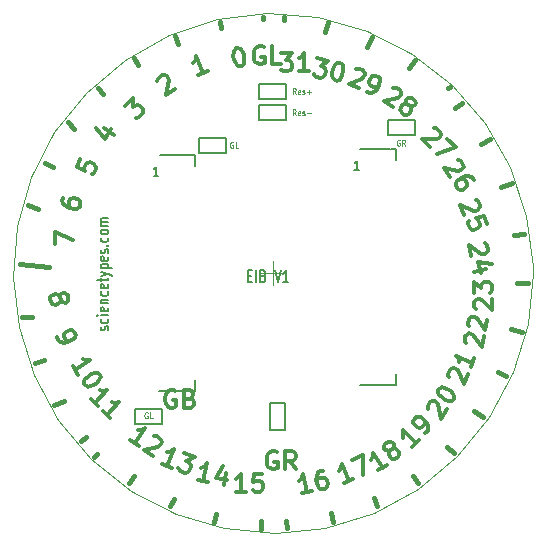
<source format=gto>
G04 (created by PCBNEW-RS274X (2012-apr-16-27)-stable) date Thu 13 Mar 2014 06:24:37 PM EDT*
G01*
G70*
G90*
%MOIN*%
G04 Gerber Fmt 3.4, Leading zero omitted, Abs format*
%FSLAX34Y34*%
G04 APERTURE LIST*
%ADD10C,0.006000*%
%ADD11C,0.007400*%
%ADD12C,0.015000*%
%ADD13C,0.000400*%
%ADD14C,0.005000*%
%ADD15C,0.007900*%
%ADD16C,0.004500*%
%ADD17C,0.012000*%
G04 APERTURE END LIST*
G54D10*
G54D11*
X33871Y-41276D02*
X33889Y-41248D01*
X33889Y-41192D01*
X33871Y-41163D01*
X33833Y-41149D01*
X33814Y-41149D01*
X33777Y-41163D01*
X33758Y-41192D01*
X33758Y-41234D01*
X33739Y-41262D01*
X33702Y-41276D01*
X33683Y-41276D01*
X33646Y-41262D01*
X33627Y-41234D01*
X33627Y-41192D01*
X33646Y-41163D01*
X33871Y-40896D02*
X33889Y-40924D01*
X33889Y-40981D01*
X33871Y-41009D01*
X33852Y-41023D01*
X33814Y-41037D01*
X33702Y-41037D01*
X33664Y-41023D01*
X33646Y-41009D01*
X33627Y-40981D01*
X33627Y-40924D01*
X33646Y-40896D01*
X33889Y-40770D02*
X33627Y-40770D01*
X33495Y-40770D02*
X33514Y-40784D01*
X33533Y-40770D01*
X33514Y-40756D01*
X33495Y-40770D01*
X33533Y-40770D01*
X33871Y-40517D02*
X33889Y-40545D01*
X33889Y-40602D01*
X33871Y-40630D01*
X33833Y-40644D01*
X33683Y-40644D01*
X33646Y-40630D01*
X33627Y-40602D01*
X33627Y-40545D01*
X33646Y-40517D01*
X33683Y-40503D01*
X33721Y-40503D01*
X33758Y-40644D01*
X33627Y-40377D02*
X33889Y-40377D01*
X33664Y-40377D02*
X33646Y-40363D01*
X33627Y-40335D01*
X33627Y-40292D01*
X33646Y-40264D01*
X33683Y-40250D01*
X33889Y-40250D01*
X33871Y-39983D02*
X33889Y-40011D01*
X33889Y-40068D01*
X33871Y-40096D01*
X33852Y-40110D01*
X33814Y-40124D01*
X33702Y-40124D01*
X33664Y-40110D01*
X33646Y-40096D01*
X33627Y-40068D01*
X33627Y-40011D01*
X33646Y-39983D01*
X33871Y-39744D02*
X33889Y-39772D01*
X33889Y-39829D01*
X33871Y-39857D01*
X33833Y-39871D01*
X33683Y-39871D01*
X33646Y-39857D01*
X33627Y-39829D01*
X33627Y-39772D01*
X33646Y-39744D01*
X33683Y-39730D01*
X33721Y-39730D01*
X33758Y-39871D01*
X33627Y-39646D02*
X33627Y-39534D01*
X33495Y-39604D02*
X33833Y-39604D01*
X33871Y-39590D01*
X33889Y-39562D01*
X33889Y-39534D01*
X33627Y-39463D02*
X33889Y-39393D01*
X33627Y-39322D02*
X33889Y-39393D01*
X33983Y-39421D01*
X34002Y-39435D01*
X34021Y-39463D01*
X33627Y-39210D02*
X34021Y-39210D01*
X33646Y-39210D02*
X33627Y-39182D01*
X33627Y-39125D01*
X33646Y-39097D01*
X33664Y-39083D01*
X33702Y-39069D01*
X33814Y-39069D01*
X33852Y-39083D01*
X33871Y-39097D01*
X33889Y-39125D01*
X33889Y-39182D01*
X33871Y-39210D01*
X33871Y-38830D02*
X33889Y-38858D01*
X33889Y-38915D01*
X33871Y-38943D01*
X33833Y-38957D01*
X33683Y-38957D01*
X33646Y-38943D01*
X33627Y-38915D01*
X33627Y-38858D01*
X33646Y-38830D01*
X33683Y-38816D01*
X33721Y-38816D01*
X33758Y-38957D01*
X33871Y-38704D02*
X33889Y-38676D01*
X33889Y-38620D01*
X33871Y-38591D01*
X33833Y-38577D01*
X33814Y-38577D01*
X33777Y-38591D01*
X33758Y-38620D01*
X33758Y-38662D01*
X33739Y-38690D01*
X33702Y-38704D01*
X33683Y-38704D01*
X33646Y-38690D01*
X33627Y-38662D01*
X33627Y-38620D01*
X33646Y-38591D01*
X33852Y-38451D02*
X33871Y-38437D01*
X33889Y-38451D01*
X33871Y-38465D01*
X33852Y-38451D01*
X33889Y-38451D01*
X33871Y-38184D02*
X33889Y-38212D01*
X33889Y-38269D01*
X33871Y-38297D01*
X33852Y-38311D01*
X33814Y-38325D01*
X33702Y-38325D01*
X33664Y-38311D01*
X33646Y-38297D01*
X33627Y-38269D01*
X33627Y-38212D01*
X33646Y-38184D01*
X33889Y-38016D02*
X33871Y-38044D01*
X33852Y-38058D01*
X33814Y-38072D01*
X33702Y-38072D01*
X33664Y-38058D01*
X33646Y-38044D01*
X33627Y-38016D01*
X33627Y-37973D01*
X33646Y-37945D01*
X33664Y-37931D01*
X33702Y-37917D01*
X33814Y-37917D01*
X33852Y-37931D01*
X33871Y-37945D01*
X33889Y-37973D01*
X33889Y-38016D01*
X33889Y-37791D02*
X33627Y-37791D01*
X33664Y-37791D02*
X33646Y-37777D01*
X33627Y-37749D01*
X33627Y-37706D01*
X33646Y-37678D01*
X33683Y-37664D01*
X33889Y-37664D01*
X33683Y-37664D02*
X33646Y-37650D01*
X33627Y-37622D01*
X33627Y-37580D01*
X33646Y-37552D01*
X33683Y-37538D01*
X33889Y-37538D01*
X38543Y-39461D02*
X38642Y-39461D01*
X38684Y-39667D02*
X38543Y-39667D01*
X38543Y-39273D01*
X38684Y-39273D01*
X38810Y-39667D02*
X38810Y-39273D01*
X39049Y-39461D02*
X39091Y-39480D01*
X39105Y-39499D01*
X39119Y-39536D01*
X39119Y-39592D01*
X39105Y-39630D01*
X39091Y-39649D01*
X39063Y-39667D01*
X38950Y-39667D01*
X38950Y-39273D01*
X39049Y-39273D01*
X39077Y-39292D01*
X39091Y-39311D01*
X39105Y-39349D01*
X39105Y-39386D01*
X39091Y-39424D01*
X39077Y-39442D01*
X39049Y-39461D01*
X38950Y-39461D01*
X39428Y-39273D02*
X39526Y-39667D01*
X39625Y-39273D01*
X39878Y-39667D02*
X39709Y-39667D01*
X39793Y-39667D02*
X39793Y-39273D01*
X39765Y-39330D01*
X39737Y-39367D01*
X39709Y-39386D01*
G54D12*
X41102Y-31339D02*
X41201Y-31004D01*
X42520Y-31831D02*
X42677Y-31516D01*
X43898Y-32520D02*
X44114Y-32283D01*
X45217Y-33209D02*
X45276Y-33150D01*
X45453Y-33878D02*
X45669Y-33701D01*
X46299Y-35079D02*
X46594Y-34902D01*
X46969Y-36496D02*
X47343Y-36378D01*
X47421Y-38091D02*
X47756Y-38051D01*
X47500Y-39705D02*
X47874Y-39705D01*
X47303Y-41220D02*
X47677Y-41319D01*
X46890Y-42657D02*
X47146Y-42815D01*
X46083Y-43976D02*
X46378Y-44154D01*
X45177Y-45177D02*
X45413Y-45374D01*
X44055Y-46142D02*
X44193Y-46378D01*
X42736Y-46870D02*
X42835Y-47126D01*
X41319Y-47382D02*
X41378Y-47657D01*
X39823Y-47638D02*
X39843Y-47874D01*
X38957Y-47894D02*
X38957Y-47874D01*
X38957Y-47638D02*
X38957Y-47894D01*
X37461Y-47402D02*
X37402Y-47657D01*
X36063Y-46890D02*
X35925Y-47146D01*
X34744Y-46142D02*
X34567Y-46358D01*
X33504Y-45413D02*
X33406Y-45512D01*
X33130Y-44823D02*
X32972Y-44961D01*
X32421Y-43622D02*
X32087Y-43760D01*
X31732Y-42283D02*
X31437Y-42382D01*
X31339Y-40827D02*
X31004Y-40846D01*
X31909Y-39173D02*
X30925Y-39075D01*
X31555Y-37244D02*
X31220Y-37106D01*
X32047Y-35827D02*
X31772Y-35689D01*
X32756Y-34567D02*
X32539Y-34331D01*
X33701Y-33406D02*
X33543Y-33189D01*
X34882Y-32441D02*
X34744Y-32205D01*
X36220Y-31732D02*
X36102Y-31457D01*
X37638Y-31201D02*
X37618Y-31004D01*
X39055Y-30906D02*
X39055Y-30827D01*
X39724Y-30945D02*
X39744Y-30846D01*
G54D13*
X38976Y-39370D02*
X39764Y-39370D01*
X39370Y-38976D02*
X39370Y-39764D01*
X48032Y-39370D02*
X47867Y-41052D01*
X47378Y-42670D01*
X46584Y-44163D01*
X45516Y-45473D01*
X44213Y-46551D01*
X42726Y-47355D01*
X41111Y-47855D01*
X39430Y-48031D01*
X37747Y-47878D01*
X36126Y-47401D01*
X34628Y-46618D01*
X33310Y-45558D01*
X32223Y-44263D01*
X31409Y-42782D01*
X30898Y-41170D01*
X30709Y-39490D01*
X30851Y-37807D01*
X31317Y-36182D01*
X32090Y-34678D01*
X33140Y-33353D01*
X34427Y-32258D01*
X35903Y-31433D01*
X37510Y-30911D01*
X39189Y-30710D01*
X40874Y-30840D01*
X42502Y-31295D01*
X44011Y-32057D01*
X45343Y-33098D01*
X46448Y-34377D01*
X47283Y-35847D01*
X47816Y-37451D01*
X48028Y-39129D01*
X48032Y-39370D01*
G54D14*
X38920Y-33766D02*
X39820Y-33766D01*
X39820Y-33766D02*
X39820Y-34266D01*
X39820Y-34266D02*
X38920Y-34266D01*
X38920Y-34266D02*
X38920Y-33766D01*
X38920Y-33057D02*
X39820Y-33057D01*
X39820Y-33057D02*
X39820Y-33557D01*
X39820Y-33557D02*
X38920Y-33557D01*
X38920Y-33557D02*
X38920Y-33057D01*
X44092Y-34778D02*
X43192Y-34778D01*
X43192Y-34778D02*
X43192Y-34278D01*
X43192Y-34278D02*
X44092Y-34278D01*
X44092Y-34278D02*
X44092Y-34778D01*
X37793Y-35368D02*
X36893Y-35368D01*
X36893Y-35368D02*
X36893Y-34868D01*
X36893Y-34868D02*
X37793Y-34868D01*
X37793Y-34868D02*
X37793Y-35368D01*
X35667Y-44384D02*
X34767Y-44384D01*
X34767Y-44384D02*
X34767Y-43884D01*
X34767Y-43884D02*
X35667Y-43884D01*
X35667Y-43884D02*
X35667Y-44384D01*
X39258Y-44584D02*
X39258Y-43684D01*
X39258Y-43684D02*
X39758Y-43684D01*
X39758Y-43684D02*
X39758Y-44584D01*
X39758Y-44584D02*
X39258Y-44584D01*
G54D15*
X36615Y-43307D02*
X35571Y-43307D01*
X36595Y-35433D02*
X35591Y-35433D01*
X35512Y-36122D02*
X35532Y-36122D01*
X35394Y-36122D02*
X35512Y-36122D01*
X35473Y-35826D02*
X35414Y-35886D01*
X35473Y-35846D02*
X35473Y-36102D01*
X36772Y-43306D02*
X36772Y-42932D01*
X36615Y-43306D02*
X36772Y-43306D01*
X36615Y-35433D02*
X36772Y-35433D01*
X36772Y-35433D02*
X36772Y-35807D01*
X43308Y-43110D02*
X42264Y-43110D01*
X43288Y-35236D02*
X42284Y-35236D01*
X42205Y-35925D02*
X42225Y-35925D01*
X42087Y-35925D02*
X42205Y-35925D01*
X42166Y-35629D02*
X42107Y-35689D01*
X42166Y-35649D02*
X42166Y-35905D01*
X43465Y-43109D02*
X43465Y-42735D01*
X43308Y-43109D02*
X43465Y-43109D01*
X43308Y-35236D02*
X43465Y-35236D01*
X43465Y-35236D02*
X43465Y-35610D01*
G54D16*
X40130Y-34116D02*
X40070Y-34021D01*
X40027Y-34116D02*
X40027Y-33916D01*
X40095Y-33916D01*
X40113Y-33925D01*
X40121Y-33935D01*
X40130Y-33954D01*
X40130Y-33983D01*
X40121Y-34002D01*
X40113Y-34011D01*
X40095Y-34021D01*
X40027Y-34021D01*
X40275Y-34106D02*
X40258Y-34116D01*
X40224Y-34116D01*
X40207Y-34106D01*
X40198Y-34087D01*
X40198Y-34011D01*
X40207Y-33992D01*
X40224Y-33983D01*
X40258Y-33983D01*
X40275Y-33992D01*
X40284Y-34011D01*
X40284Y-34030D01*
X40198Y-34049D01*
X40352Y-34106D02*
X40369Y-34116D01*
X40404Y-34116D01*
X40421Y-34106D01*
X40429Y-34087D01*
X40429Y-34078D01*
X40421Y-34059D01*
X40404Y-34049D01*
X40378Y-34049D01*
X40361Y-34040D01*
X40352Y-34021D01*
X40352Y-34011D01*
X40361Y-33992D01*
X40378Y-33983D01*
X40404Y-33983D01*
X40421Y-33992D01*
X40507Y-34040D02*
X40644Y-34040D01*
X40130Y-33408D02*
X40070Y-33313D01*
X40027Y-33408D02*
X40027Y-33208D01*
X40095Y-33208D01*
X40113Y-33217D01*
X40121Y-33227D01*
X40130Y-33246D01*
X40130Y-33275D01*
X40121Y-33294D01*
X40113Y-33303D01*
X40095Y-33313D01*
X40027Y-33313D01*
X40275Y-33398D02*
X40258Y-33408D01*
X40224Y-33408D01*
X40207Y-33398D01*
X40198Y-33379D01*
X40198Y-33303D01*
X40207Y-33284D01*
X40224Y-33275D01*
X40258Y-33275D01*
X40275Y-33284D01*
X40284Y-33303D01*
X40284Y-33322D01*
X40198Y-33341D01*
X40352Y-33398D02*
X40369Y-33408D01*
X40404Y-33408D01*
X40421Y-33398D01*
X40429Y-33379D01*
X40429Y-33370D01*
X40421Y-33351D01*
X40404Y-33341D01*
X40378Y-33341D01*
X40361Y-33332D01*
X40352Y-33313D01*
X40352Y-33303D01*
X40361Y-33284D01*
X40378Y-33275D01*
X40404Y-33275D01*
X40421Y-33284D01*
X40507Y-33332D02*
X40644Y-33332D01*
X40575Y-33408D02*
X40575Y-33256D01*
G54D17*
X36117Y-43293D02*
X36060Y-43265D01*
X35974Y-43265D01*
X35889Y-43293D01*
X35831Y-43351D01*
X35803Y-43408D01*
X35774Y-43522D01*
X35774Y-43608D01*
X35803Y-43722D01*
X35831Y-43779D01*
X35889Y-43836D01*
X35974Y-43865D01*
X36031Y-43865D01*
X36117Y-43836D01*
X36146Y-43808D01*
X36146Y-43608D01*
X36031Y-43608D01*
X36603Y-43551D02*
X36689Y-43579D01*
X36717Y-43608D01*
X36746Y-43665D01*
X36746Y-43751D01*
X36717Y-43808D01*
X36689Y-43836D01*
X36631Y-43865D01*
X36403Y-43865D01*
X36403Y-43265D01*
X36603Y-43265D01*
X36660Y-43293D01*
X36689Y-43322D01*
X36717Y-43379D01*
X36717Y-43436D01*
X36689Y-43493D01*
X36660Y-43522D01*
X36603Y-43551D01*
X36403Y-43551D01*
X39503Y-45340D02*
X39446Y-45312D01*
X39360Y-45312D01*
X39275Y-45340D01*
X39217Y-45398D01*
X39189Y-45455D01*
X39160Y-45569D01*
X39160Y-45655D01*
X39189Y-45769D01*
X39217Y-45826D01*
X39275Y-45883D01*
X39360Y-45912D01*
X39417Y-45912D01*
X39503Y-45883D01*
X39532Y-45855D01*
X39532Y-45655D01*
X39417Y-45655D01*
X40132Y-45912D02*
X39932Y-45626D01*
X39789Y-45912D02*
X39789Y-45312D01*
X40017Y-45312D01*
X40075Y-45340D01*
X40103Y-45369D01*
X40132Y-45426D01*
X40132Y-45512D01*
X40103Y-45569D01*
X40075Y-45598D01*
X40017Y-45626D01*
X39789Y-45626D01*
G54D16*
X43599Y-34930D02*
X43582Y-34921D01*
X43556Y-34921D01*
X43531Y-34930D01*
X43513Y-34950D01*
X43505Y-34969D01*
X43496Y-35007D01*
X43496Y-35035D01*
X43505Y-35073D01*
X43513Y-35092D01*
X43531Y-35111D01*
X43556Y-35121D01*
X43573Y-35121D01*
X43599Y-35111D01*
X43608Y-35102D01*
X43608Y-35035D01*
X43573Y-35035D01*
X43788Y-35121D02*
X43728Y-35026D01*
X43685Y-35121D02*
X43685Y-34921D01*
X43753Y-34921D01*
X43771Y-34930D01*
X43779Y-34940D01*
X43788Y-34959D01*
X43788Y-34988D01*
X43779Y-35007D01*
X43771Y-35016D01*
X43753Y-35026D01*
X43685Y-35026D01*
X38046Y-35008D02*
X38029Y-34999D01*
X38003Y-34999D01*
X37978Y-35008D01*
X37960Y-35028D01*
X37952Y-35047D01*
X37943Y-35085D01*
X37943Y-35113D01*
X37952Y-35151D01*
X37960Y-35170D01*
X37978Y-35189D01*
X38003Y-35199D01*
X38020Y-35199D01*
X38046Y-35189D01*
X38055Y-35180D01*
X38055Y-35113D01*
X38020Y-35113D01*
X38218Y-35199D02*
X38132Y-35199D01*
X38132Y-34999D01*
X35191Y-44024D02*
X35174Y-44015D01*
X35148Y-44015D01*
X35123Y-44024D01*
X35105Y-44044D01*
X35097Y-44063D01*
X35088Y-44101D01*
X35088Y-44129D01*
X35097Y-44167D01*
X35105Y-44186D01*
X35123Y-44205D01*
X35148Y-44215D01*
X35165Y-44215D01*
X35191Y-44205D01*
X35200Y-44196D01*
X35200Y-44129D01*
X35165Y-44129D01*
X35363Y-44215D02*
X35277Y-44215D01*
X35277Y-44015D01*
G54D17*
X33753Y-34541D02*
X34085Y-34764D01*
X33483Y-34533D02*
X33760Y-34890D01*
X33967Y-34581D01*
X38469Y-46660D02*
X38126Y-46660D01*
X38298Y-46660D02*
X38298Y-46060D01*
X38241Y-46146D01*
X38183Y-46203D01*
X38126Y-46231D01*
X39012Y-46060D02*
X38726Y-46060D01*
X38697Y-46346D01*
X38726Y-46317D01*
X38783Y-46288D01*
X38926Y-46288D01*
X38983Y-46317D01*
X39012Y-46346D01*
X39040Y-46403D01*
X39040Y-46546D01*
X39012Y-46603D01*
X38983Y-46631D01*
X38926Y-46660D01*
X38783Y-46660D01*
X38726Y-46631D01*
X38697Y-46603D01*
X37223Y-46338D02*
X36886Y-46271D01*
X37055Y-46304D02*
X37172Y-45716D01*
X37100Y-45789D01*
X37032Y-45834D01*
X36970Y-45850D01*
X37805Y-46046D02*
X37727Y-46439D01*
X37710Y-45794D02*
X37485Y-46187D01*
X37850Y-46259D01*
X36003Y-45850D02*
X35686Y-45719D01*
X35845Y-45784D02*
X36074Y-45230D01*
X35989Y-45288D01*
X35913Y-45318D01*
X35850Y-45322D01*
X36417Y-45372D02*
X36760Y-45514D01*
X36488Y-45648D01*
X36567Y-45681D01*
X36609Y-45730D01*
X36625Y-45768D01*
X36629Y-45831D01*
X36574Y-45963D01*
X36526Y-46005D01*
X36489Y-46020D01*
X36425Y-46025D01*
X36266Y-45959D01*
X36224Y-45910D01*
X36209Y-45874D01*
X34908Y-45139D02*
X34623Y-44948D01*
X34766Y-45043D02*
X35100Y-44545D01*
X35005Y-44585D01*
X34925Y-44600D01*
X34862Y-44591D01*
X35400Y-44814D02*
X35440Y-44806D01*
X35503Y-44815D01*
X35622Y-44894D01*
X35653Y-44949D01*
X35661Y-44989D01*
X35653Y-45052D01*
X35621Y-45100D01*
X35550Y-45156D01*
X35074Y-45250D01*
X35383Y-45456D01*
X33547Y-43811D02*
X33304Y-43569D01*
X33426Y-43690D02*
X33850Y-43266D01*
X33749Y-43287D01*
X33667Y-43286D01*
X33607Y-43265D01*
X33950Y-44215D02*
X33708Y-43972D01*
X33829Y-44094D02*
X34254Y-43670D01*
X34153Y-43690D01*
X34071Y-43690D01*
X34011Y-43669D01*
X32885Y-42757D02*
X32694Y-42472D01*
X32790Y-42615D02*
X33289Y-42282D01*
X33186Y-42282D01*
X33106Y-42265D01*
X33051Y-42234D01*
X33590Y-42733D02*
X33621Y-42780D01*
X33630Y-42843D01*
X33622Y-42883D01*
X33590Y-42939D01*
X33511Y-43026D01*
X33392Y-43105D01*
X33281Y-43145D01*
X33217Y-43153D01*
X33178Y-43144D01*
X33122Y-43113D01*
X33090Y-43066D01*
X33083Y-43002D01*
X33090Y-42962D01*
X33122Y-42908D01*
X33202Y-42820D01*
X33321Y-42740D01*
X33432Y-42701D01*
X33494Y-42693D01*
X33535Y-42701D01*
X33590Y-42733D01*
X32173Y-41504D02*
X32217Y-41610D01*
X32265Y-41651D01*
X32302Y-41667D01*
X32404Y-41687D01*
X32520Y-41670D01*
X32731Y-41582D01*
X32773Y-41534D01*
X32789Y-41496D01*
X32793Y-41433D01*
X32749Y-41328D01*
X32701Y-41285D01*
X32664Y-41270D01*
X32600Y-41265D01*
X32468Y-41320D01*
X32426Y-41368D01*
X32410Y-41405D01*
X32407Y-41470D01*
X32450Y-41575D01*
X32498Y-41617D01*
X32536Y-41633D01*
X32599Y-41637D01*
X32272Y-40162D02*
X32289Y-40099D01*
X32311Y-40066D01*
X32362Y-40027D01*
X32390Y-40021D01*
X32452Y-40038D01*
X32486Y-40060D01*
X32524Y-40112D01*
X32546Y-40224D01*
X32530Y-40285D01*
X32507Y-40319D01*
X32457Y-40358D01*
X32428Y-40363D01*
X32367Y-40347D01*
X32334Y-40324D01*
X32294Y-40273D01*
X32272Y-40162D01*
X32233Y-40110D01*
X32200Y-40088D01*
X32138Y-40071D01*
X32025Y-40093D01*
X31975Y-40133D01*
X31953Y-40166D01*
X31936Y-40228D01*
X31958Y-40340D01*
X31997Y-40390D01*
X32031Y-40413D01*
X32092Y-40430D01*
X32205Y-40407D01*
X32255Y-40369D01*
X32277Y-40335D01*
X32294Y-40273D01*
X32104Y-38408D02*
X32104Y-38008D01*
X32704Y-38265D01*
X32369Y-36864D02*
X32347Y-36976D01*
X32363Y-37037D01*
X32386Y-37072D01*
X32459Y-37144D01*
X32565Y-37195D01*
X32790Y-37240D01*
X32852Y-37223D01*
X32885Y-37201D01*
X32924Y-37150D01*
X32947Y-37038D01*
X32929Y-36976D01*
X32908Y-36942D01*
X32857Y-36904D01*
X32717Y-36876D01*
X32656Y-36892D01*
X32621Y-36915D01*
X32582Y-36965D01*
X32560Y-37077D01*
X32577Y-37139D01*
X32600Y-37172D01*
X32650Y-37212D01*
X32953Y-35576D02*
X32844Y-35841D01*
X33097Y-35977D01*
X33081Y-35939D01*
X33076Y-35875D01*
X33131Y-35743D01*
X33180Y-35701D01*
X33218Y-35686D01*
X33281Y-35682D01*
X33413Y-35736D01*
X33455Y-35784D01*
X33470Y-35822D01*
X33475Y-35885D01*
X33420Y-36018D01*
X33371Y-36059D01*
X33334Y-36075D01*
X34430Y-33805D02*
X34692Y-33543D01*
X34712Y-33846D01*
X34773Y-33785D01*
X34834Y-33765D01*
X34875Y-33765D01*
X34935Y-33785D01*
X35036Y-33887D01*
X35056Y-33947D01*
X35056Y-33987D01*
X35036Y-34048D01*
X34914Y-34169D01*
X34853Y-34189D01*
X34814Y-34189D01*
X35518Y-32955D02*
X35526Y-32915D01*
X35558Y-32860D01*
X35677Y-32781D01*
X35740Y-32772D01*
X35780Y-32781D01*
X35835Y-32812D01*
X35867Y-32860D01*
X35891Y-32947D01*
X35796Y-33423D01*
X36105Y-33217D01*
X37201Y-32620D02*
X36884Y-32751D01*
X37043Y-32685D02*
X36813Y-32131D01*
X36794Y-32232D01*
X36762Y-32307D01*
X36720Y-32355D01*
X38151Y-31879D02*
X38207Y-31868D01*
X38268Y-31885D01*
X38303Y-31907D01*
X38342Y-31958D01*
X38392Y-32064D01*
X38419Y-32204D01*
X38414Y-32323D01*
X38397Y-32384D01*
X38374Y-32417D01*
X38324Y-32457D01*
X38268Y-32468D01*
X38206Y-32450D01*
X38172Y-32429D01*
X38134Y-32378D01*
X38083Y-32271D01*
X38055Y-32131D01*
X38062Y-32013D01*
X38078Y-31952D01*
X38101Y-31918D01*
X38151Y-31879D01*
X40834Y-32212D02*
X41198Y-32285D01*
X40957Y-32469D01*
X41042Y-32486D01*
X41092Y-32525D01*
X41115Y-32560D01*
X41131Y-32621D01*
X41103Y-32761D01*
X41064Y-32812D01*
X41030Y-32833D01*
X40969Y-32851D01*
X40800Y-32817D01*
X40750Y-32777D01*
X40728Y-32744D01*
X41562Y-32357D02*
X41618Y-32368D01*
X41668Y-32407D01*
X41691Y-32441D01*
X41708Y-32503D01*
X41713Y-32620D01*
X41685Y-32760D01*
X41635Y-32868D01*
X41596Y-32918D01*
X41562Y-32940D01*
X41500Y-32957D01*
X41444Y-32946D01*
X41394Y-32906D01*
X41371Y-32873D01*
X41355Y-32812D01*
X41349Y-32693D01*
X41377Y-32553D01*
X41428Y-32447D01*
X41466Y-32396D01*
X41501Y-32374D01*
X41562Y-32357D01*
X40662Y-46639D02*
X40326Y-46705D01*
X40495Y-46672D02*
X40378Y-46083D01*
X40339Y-46179D01*
X40293Y-46246D01*
X40243Y-46284D01*
X41050Y-45950D02*
X40938Y-45972D01*
X40888Y-46011D01*
X40865Y-46045D01*
X40826Y-46140D01*
X40819Y-46258D01*
X40864Y-46482D01*
X40903Y-46533D01*
X40936Y-46555D01*
X40999Y-46572D01*
X41111Y-46550D01*
X41161Y-46510D01*
X41184Y-46477D01*
X41200Y-46416D01*
X41173Y-46276D01*
X41134Y-46225D01*
X41100Y-46202D01*
X41038Y-46185D01*
X40927Y-46207D01*
X40875Y-46247D01*
X40853Y-46281D01*
X40836Y-46342D01*
X42055Y-46233D02*
X41738Y-46364D01*
X41897Y-46299D02*
X41667Y-45744D01*
X41647Y-45846D01*
X41616Y-45920D01*
X41574Y-45968D01*
X42010Y-45602D02*
X42379Y-45449D01*
X42372Y-46102D01*
X43170Y-45757D02*
X42885Y-45948D01*
X43028Y-45852D02*
X42695Y-45353D01*
X42695Y-45456D01*
X42678Y-45536D01*
X42647Y-45591D01*
X43265Y-45282D02*
X43201Y-45290D01*
X43162Y-45282D01*
X43106Y-45251D01*
X43090Y-45227D01*
X43083Y-45163D01*
X43090Y-45123D01*
X43122Y-45068D01*
X43217Y-45005D01*
X43280Y-44996D01*
X43320Y-45004D01*
X43375Y-45036D01*
X43391Y-45060D01*
X43400Y-45123D01*
X43391Y-45163D01*
X43360Y-45218D01*
X43265Y-45282D01*
X43233Y-45338D01*
X43225Y-45377D01*
X43233Y-45440D01*
X43296Y-45536D01*
X43352Y-45567D01*
X43391Y-45575D01*
X43455Y-45567D01*
X43550Y-45504D01*
X43582Y-45448D01*
X43590Y-45409D01*
X43582Y-45346D01*
X43518Y-45250D01*
X43463Y-45218D01*
X43423Y-45211D01*
X43360Y-45218D01*
X44245Y-44917D02*
X44003Y-45160D01*
X44124Y-45038D02*
X43700Y-44614D01*
X43721Y-44715D01*
X43720Y-44797D01*
X43699Y-44857D01*
X44447Y-44716D02*
X44528Y-44635D01*
X44548Y-44574D01*
X44548Y-44534D01*
X44528Y-44432D01*
X44467Y-44332D01*
X44305Y-44170D01*
X44245Y-44150D01*
X44204Y-44150D01*
X44144Y-44170D01*
X44063Y-44251D01*
X44042Y-44311D01*
X44043Y-44352D01*
X44063Y-44413D01*
X44164Y-44514D01*
X44225Y-44533D01*
X44265Y-44534D01*
X44326Y-44513D01*
X44406Y-44432D01*
X44427Y-44372D01*
X44427Y-44331D01*
X44406Y-44271D01*
X44534Y-43894D02*
X44527Y-43854D01*
X44535Y-43791D01*
X44615Y-43672D01*
X44669Y-43640D01*
X44710Y-43632D01*
X44773Y-43641D01*
X44820Y-43672D01*
X44876Y-43743D01*
X44970Y-44219D01*
X45177Y-43911D01*
X44884Y-43269D02*
X44916Y-43221D01*
X44971Y-43190D01*
X45011Y-43182D01*
X45075Y-43189D01*
X45185Y-43229D01*
X45304Y-43309D01*
X45384Y-43396D01*
X45415Y-43452D01*
X45422Y-43492D01*
X45415Y-43555D01*
X45383Y-43603D01*
X45327Y-43634D01*
X45288Y-43642D01*
X45225Y-43634D01*
X45113Y-43594D01*
X44994Y-43515D01*
X44916Y-43427D01*
X44884Y-43372D01*
X44876Y-43332D01*
X44884Y-43269D01*
X45237Y-42828D02*
X45221Y-42791D01*
X45217Y-42727D01*
X45272Y-42595D01*
X45320Y-42553D01*
X45357Y-42537D01*
X45421Y-42533D01*
X45474Y-42555D01*
X45542Y-42614D01*
X45728Y-43062D01*
X45870Y-42719D01*
X46088Y-42192D02*
X45957Y-42509D01*
X46023Y-42350D02*
X45469Y-42120D01*
X45526Y-42206D01*
X45557Y-42281D01*
X45561Y-42344D01*
X45797Y-41708D02*
X45775Y-41674D01*
X45758Y-41613D01*
X45786Y-41473D01*
X45825Y-41422D01*
X45859Y-41399D01*
X45920Y-41383D01*
X45976Y-41394D01*
X46055Y-41439D01*
X46324Y-41842D01*
X46397Y-41478D01*
X45909Y-41148D02*
X45886Y-41114D01*
X45870Y-41053D01*
X45898Y-40913D01*
X45937Y-40862D01*
X45971Y-40840D01*
X46032Y-40823D01*
X46088Y-40834D01*
X46167Y-40879D01*
X46436Y-41282D01*
X46509Y-40918D01*
X46137Y-40575D02*
X46108Y-40546D01*
X46080Y-40489D01*
X46080Y-40346D01*
X46108Y-40289D01*
X46137Y-40260D01*
X46194Y-40232D01*
X46251Y-40232D01*
X46337Y-40260D01*
X46680Y-40603D01*
X46680Y-40232D01*
X46080Y-40032D02*
X46080Y-39661D01*
X46308Y-39861D01*
X46308Y-39775D01*
X46337Y-39718D01*
X46366Y-39689D01*
X46423Y-39661D01*
X46566Y-39661D01*
X46623Y-39689D01*
X46651Y-39718D01*
X46680Y-39775D01*
X46680Y-39947D01*
X46651Y-40004D01*
X46623Y-40032D01*
X46446Y-38371D02*
X46480Y-38394D01*
X46518Y-38445D01*
X46546Y-38585D01*
X46530Y-38646D01*
X46507Y-38680D01*
X46456Y-38719D01*
X46400Y-38730D01*
X46311Y-38719D01*
X45907Y-38449D01*
X45979Y-38813D01*
X46472Y-39240D02*
X46079Y-39318D01*
X46669Y-39055D02*
X46220Y-38998D01*
X46292Y-39363D01*
X46126Y-36924D02*
X46164Y-36940D01*
X46212Y-36982D01*
X46267Y-37114D01*
X46263Y-37177D01*
X46247Y-37215D01*
X46205Y-37263D01*
X46152Y-37284D01*
X46062Y-37292D01*
X45614Y-37106D01*
X45756Y-37449D01*
X46518Y-37721D02*
X46409Y-37456D01*
X46133Y-37539D01*
X46171Y-37555D01*
X46220Y-37596D01*
X46274Y-37729D01*
X46269Y-37792D01*
X46254Y-37830D01*
X46212Y-37878D01*
X46080Y-37933D01*
X46016Y-37929D01*
X45979Y-37912D01*
X45931Y-37871D01*
X45876Y-37739D01*
X45881Y-37675D01*
X45896Y-37638D01*
X45547Y-35595D02*
X45587Y-35603D01*
X45642Y-35635D01*
X45722Y-35754D01*
X45730Y-35817D01*
X45722Y-35857D01*
X45690Y-35912D01*
X45642Y-35944D01*
X45555Y-35968D01*
X45080Y-35873D01*
X45286Y-36182D01*
X46070Y-36277D02*
X46007Y-36182D01*
X45952Y-36150D01*
X45912Y-36142D01*
X45808Y-36142D01*
X45697Y-36181D01*
X45507Y-36308D01*
X45476Y-36364D01*
X45468Y-36403D01*
X45476Y-36467D01*
X45539Y-36562D01*
X45595Y-36594D01*
X45634Y-36602D01*
X45697Y-36594D01*
X45816Y-36514D01*
X45848Y-36460D01*
X45856Y-36419D01*
X45849Y-36356D01*
X45785Y-36261D01*
X45729Y-36229D01*
X45689Y-36222D01*
X45626Y-36229D01*
X44751Y-34544D02*
X44792Y-34544D01*
X44852Y-34564D01*
X44953Y-34665D01*
X44974Y-34725D01*
X44974Y-34766D01*
X44953Y-34827D01*
X44913Y-34867D01*
X44832Y-34908D01*
X44347Y-34908D01*
X44610Y-35170D01*
X45175Y-34887D02*
X45458Y-35170D01*
X44852Y-35413D01*
X43389Y-33196D02*
X43429Y-33189D01*
X43492Y-33197D01*
X43611Y-33277D01*
X43643Y-33331D01*
X43651Y-33372D01*
X43642Y-33435D01*
X43611Y-33482D01*
X43540Y-33538D01*
X43064Y-33632D01*
X43372Y-33839D01*
X43848Y-33744D02*
X43816Y-33688D01*
X43808Y-33649D01*
X43816Y-33586D01*
X43832Y-33561D01*
X43888Y-33530D01*
X43927Y-33522D01*
X43991Y-33531D01*
X44086Y-33594D01*
X44117Y-33649D01*
X44125Y-33689D01*
X44117Y-33752D01*
X44101Y-33776D01*
X44046Y-33808D01*
X44006Y-33815D01*
X43943Y-33808D01*
X43848Y-33744D01*
X43784Y-33736D01*
X43745Y-33744D01*
X43689Y-33775D01*
X43625Y-33871D01*
X43617Y-33934D01*
X43625Y-33973D01*
X43657Y-34029D01*
X43752Y-34093D01*
X43815Y-34100D01*
X43855Y-34093D01*
X43910Y-34061D01*
X43974Y-33966D01*
X43982Y-33903D01*
X43974Y-33864D01*
X43943Y-33808D01*
X39633Y-32045D02*
X40004Y-32045D01*
X39804Y-32273D01*
X39890Y-32273D01*
X39947Y-32302D01*
X39976Y-32331D01*
X40004Y-32388D01*
X40004Y-32531D01*
X39976Y-32588D01*
X39947Y-32616D01*
X39890Y-32645D01*
X39718Y-32645D01*
X39661Y-32616D01*
X39633Y-32588D01*
X40575Y-32645D02*
X40232Y-32645D01*
X40404Y-32645D02*
X40404Y-32045D01*
X40347Y-32131D01*
X40289Y-32188D01*
X40232Y-32216D01*
X39068Y-31836D02*
X39011Y-31808D01*
X38925Y-31808D01*
X38840Y-31836D01*
X38782Y-31894D01*
X38754Y-31951D01*
X38725Y-32065D01*
X38725Y-32151D01*
X38754Y-32265D01*
X38782Y-32322D01*
X38840Y-32379D01*
X38925Y-32408D01*
X38982Y-32408D01*
X39068Y-32379D01*
X39097Y-32351D01*
X39097Y-32151D01*
X38982Y-32151D01*
X39640Y-32408D02*
X39354Y-32408D01*
X39354Y-31808D01*
X42134Y-32579D02*
X42171Y-32563D01*
X42235Y-32559D01*
X42367Y-32614D01*
X42409Y-32662D01*
X42425Y-32699D01*
X42429Y-32763D01*
X42407Y-32816D01*
X42348Y-32884D01*
X41900Y-33070D01*
X42243Y-33212D01*
X42506Y-33321D02*
X42612Y-33365D01*
X42676Y-33360D01*
X42713Y-33345D01*
X42799Y-33288D01*
X42869Y-33193D01*
X42956Y-32981D01*
X42952Y-32918D01*
X42936Y-32880D01*
X42895Y-32832D01*
X42789Y-32789D01*
X42725Y-32792D01*
X42688Y-32809D01*
X42639Y-32850D01*
X42585Y-32982D01*
X42590Y-33046D01*
X42604Y-33084D01*
X42647Y-33132D01*
X42753Y-33175D01*
X42816Y-33171D01*
X42854Y-33155D01*
X42901Y-33113D01*
M02*

</source>
